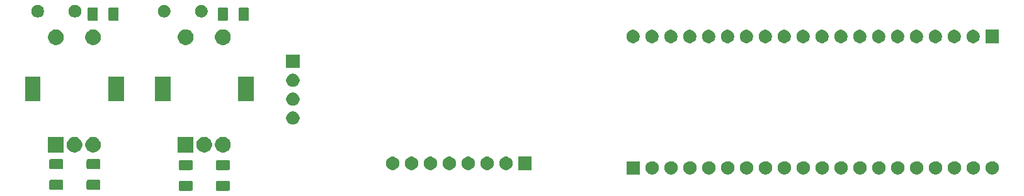
<source format=gbr>
G04 #@! TF.GenerationSoftware,KiCad,Pcbnew,(5.1.5)-3*
G04 #@! TF.CreationDate,2020-11-18T18:17:57+13:00*
G04 #@! TF.ProjectId,MidiControllerV1,4d696469-436f-46e7-9472-6f6c6c657256,rev?*
G04 #@! TF.SameCoordinates,Original*
G04 #@! TF.FileFunction,Soldermask,Top*
G04 #@! TF.FilePolarity,Negative*
%FSLAX46Y46*%
G04 Gerber Fmt 4.6, Leading zero omitted, Abs format (unit mm)*
G04 Created by KiCad (PCBNEW (5.1.5)-3) date 2020-11-18 18:17:57*
%MOMM*%
%LPD*%
G04 APERTURE LIST*
%ADD10C,0.150000*%
G04 APERTURE END LIST*
D10*
G36*
X48668604Y-44353347D02*
G01*
X48705144Y-44364432D01*
X48738821Y-44382433D01*
X48768341Y-44406659D01*
X48792567Y-44436179D01*
X48810568Y-44469856D01*
X48821653Y-44506396D01*
X48826000Y-44550538D01*
X48826000Y-45499462D01*
X48821653Y-45543604D01*
X48810568Y-45580144D01*
X48792567Y-45613821D01*
X48768341Y-45643341D01*
X48738821Y-45667567D01*
X48705144Y-45685568D01*
X48668604Y-45696653D01*
X48624462Y-45701000D01*
X47175538Y-45701000D01*
X47131396Y-45696653D01*
X47094856Y-45685568D01*
X47061179Y-45667567D01*
X47031659Y-45643341D01*
X47007433Y-45613821D01*
X46989432Y-45580144D01*
X46978347Y-45543604D01*
X46974000Y-45499462D01*
X46974000Y-44550538D01*
X46978347Y-44506396D01*
X46989432Y-44469856D01*
X47007433Y-44436179D01*
X47031659Y-44406659D01*
X47061179Y-44382433D01*
X47094856Y-44364432D01*
X47131396Y-44353347D01*
X47175538Y-44349000D01*
X48624462Y-44349000D01*
X48668604Y-44353347D01*
G37*
G36*
X43668604Y-44353347D02*
G01*
X43705144Y-44364432D01*
X43738821Y-44382433D01*
X43768341Y-44406659D01*
X43792567Y-44436179D01*
X43810568Y-44469856D01*
X43821653Y-44506396D01*
X43826000Y-44550538D01*
X43826000Y-45499462D01*
X43821653Y-45543604D01*
X43810568Y-45580144D01*
X43792567Y-45613821D01*
X43768341Y-45643341D01*
X43738821Y-45667567D01*
X43705144Y-45685568D01*
X43668604Y-45696653D01*
X43624462Y-45701000D01*
X42175538Y-45701000D01*
X42131396Y-45696653D01*
X42094856Y-45685568D01*
X42061179Y-45667567D01*
X42031659Y-45643341D01*
X42007433Y-45613821D01*
X41989432Y-45580144D01*
X41978347Y-45543604D01*
X41974000Y-45499462D01*
X41974000Y-44550538D01*
X41978347Y-44506396D01*
X41989432Y-44469856D01*
X42007433Y-44436179D01*
X42031659Y-44406659D01*
X42061179Y-44382433D01*
X42094856Y-44364432D01*
X42131396Y-44353347D01*
X42175538Y-44349000D01*
X43624462Y-44349000D01*
X43668604Y-44353347D01*
G37*
G36*
X31268604Y-44228347D02*
G01*
X31305144Y-44239432D01*
X31338821Y-44257433D01*
X31368341Y-44281659D01*
X31392567Y-44311179D01*
X31410568Y-44344856D01*
X31421653Y-44381396D01*
X31426000Y-44425538D01*
X31426000Y-45374462D01*
X31421653Y-45418604D01*
X31410568Y-45455144D01*
X31392567Y-45488821D01*
X31368341Y-45518341D01*
X31338821Y-45542567D01*
X31305144Y-45560568D01*
X31268604Y-45571653D01*
X31224462Y-45576000D01*
X29775538Y-45576000D01*
X29731396Y-45571653D01*
X29694856Y-45560568D01*
X29661179Y-45542567D01*
X29631659Y-45518341D01*
X29607433Y-45488821D01*
X29589432Y-45455144D01*
X29578347Y-45418604D01*
X29574000Y-45374462D01*
X29574000Y-44425538D01*
X29578347Y-44381396D01*
X29589432Y-44344856D01*
X29607433Y-44311179D01*
X29631659Y-44281659D01*
X29661179Y-44257433D01*
X29694856Y-44239432D01*
X29731396Y-44228347D01*
X29775538Y-44224000D01*
X31224462Y-44224000D01*
X31268604Y-44228347D01*
G37*
G36*
X26268604Y-44228347D02*
G01*
X26305144Y-44239432D01*
X26338821Y-44257433D01*
X26368341Y-44281659D01*
X26392567Y-44311179D01*
X26410568Y-44344856D01*
X26421653Y-44381396D01*
X26426000Y-44425538D01*
X26426000Y-45374462D01*
X26421653Y-45418604D01*
X26410568Y-45455144D01*
X26392567Y-45488821D01*
X26368341Y-45518341D01*
X26338821Y-45542567D01*
X26305144Y-45560568D01*
X26268604Y-45571653D01*
X26224462Y-45576000D01*
X24775538Y-45576000D01*
X24731396Y-45571653D01*
X24694856Y-45560568D01*
X24661179Y-45542567D01*
X24631659Y-45518341D01*
X24607433Y-45488821D01*
X24589432Y-45455144D01*
X24578347Y-45418604D01*
X24574000Y-45374462D01*
X24574000Y-44425538D01*
X24578347Y-44381396D01*
X24589432Y-44344856D01*
X24607433Y-44311179D01*
X24631659Y-44281659D01*
X24661179Y-44257433D01*
X24694856Y-44239432D01*
X24731396Y-44228347D01*
X24775538Y-44224000D01*
X26224462Y-44224000D01*
X26268604Y-44228347D01*
G37*
G36*
X143833512Y-41713927D02*
G01*
X143982812Y-41743624D01*
X144146784Y-41811544D01*
X144294354Y-41910147D01*
X144419853Y-42035646D01*
X144518456Y-42183216D01*
X144586376Y-42347188D01*
X144621000Y-42521259D01*
X144621000Y-42698741D01*
X144586376Y-42872812D01*
X144518456Y-43036784D01*
X144419853Y-43184354D01*
X144294354Y-43309853D01*
X144146784Y-43408456D01*
X143982812Y-43476376D01*
X143833512Y-43506073D01*
X143808742Y-43511000D01*
X143631258Y-43511000D01*
X143606488Y-43506073D01*
X143457188Y-43476376D01*
X143293216Y-43408456D01*
X143145646Y-43309853D01*
X143020147Y-43184354D01*
X142921544Y-43036784D01*
X142853624Y-42872812D01*
X142819000Y-42698741D01*
X142819000Y-42521259D01*
X142853624Y-42347188D01*
X142921544Y-42183216D01*
X143020147Y-42035646D01*
X143145646Y-41910147D01*
X143293216Y-41811544D01*
X143457188Y-41743624D01*
X143606488Y-41713927D01*
X143631258Y-41709000D01*
X143808742Y-41709000D01*
X143833512Y-41713927D01*
G37*
G36*
X148913512Y-41713927D02*
G01*
X149062812Y-41743624D01*
X149226784Y-41811544D01*
X149374354Y-41910147D01*
X149499853Y-42035646D01*
X149598456Y-42183216D01*
X149666376Y-42347188D01*
X149701000Y-42521259D01*
X149701000Y-42698741D01*
X149666376Y-42872812D01*
X149598456Y-43036784D01*
X149499853Y-43184354D01*
X149374354Y-43309853D01*
X149226784Y-43408456D01*
X149062812Y-43476376D01*
X148913512Y-43506073D01*
X148888742Y-43511000D01*
X148711258Y-43511000D01*
X148686488Y-43506073D01*
X148537188Y-43476376D01*
X148373216Y-43408456D01*
X148225646Y-43309853D01*
X148100147Y-43184354D01*
X148001544Y-43036784D01*
X147933624Y-42872812D01*
X147899000Y-42698741D01*
X147899000Y-42521259D01*
X147933624Y-42347188D01*
X148001544Y-42183216D01*
X148100147Y-42035646D01*
X148225646Y-41910147D01*
X148373216Y-41811544D01*
X148537188Y-41743624D01*
X148686488Y-41713927D01*
X148711258Y-41709000D01*
X148888742Y-41709000D01*
X148913512Y-41713927D01*
G37*
G36*
X151453512Y-41713927D02*
G01*
X151602812Y-41743624D01*
X151766784Y-41811544D01*
X151914354Y-41910147D01*
X152039853Y-42035646D01*
X152138456Y-42183216D01*
X152206376Y-42347188D01*
X152241000Y-42521259D01*
X152241000Y-42698741D01*
X152206376Y-42872812D01*
X152138456Y-43036784D01*
X152039853Y-43184354D01*
X151914354Y-43309853D01*
X151766784Y-43408456D01*
X151602812Y-43476376D01*
X151453512Y-43506073D01*
X151428742Y-43511000D01*
X151251258Y-43511000D01*
X151226488Y-43506073D01*
X151077188Y-43476376D01*
X150913216Y-43408456D01*
X150765646Y-43309853D01*
X150640147Y-43184354D01*
X150541544Y-43036784D01*
X150473624Y-42872812D01*
X150439000Y-42698741D01*
X150439000Y-42521259D01*
X150473624Y-42347188D01*
X150541544Y-42183216D01*
X150640147Y-42035646D01*
X150765646Y-41910147D01*
X150913216Y-41811544D01*
X151077188Y-41743624D01*
X151226488Y-41713927D01*
X151251258Y-41709000D01*
X151428742Y-41709000D01*
X151453512Y-41713927D01*
G37*
G36*
X141293512Y-41713927D02*
G01*
X141442812Y-41743624D01*
X141606784Y-41811544D01*
X141754354Y-41910147D01*
X141879853Y-42035646D01*
X141978456Y-42183216D01*
X142046376Y-42347188D01*
X142081000Y-42521259D01*
X142081000Y-42698741D01*
X142046376Y-42872812D01*
X141978456Y-43036784D01*
X141879853Y-43184354D01*
X141754354Y-43309853D01*
X141606784Y-43408456D01*
X141442812Y-43476376D01*
X141293512Y-43506073D01*
X141268742Y-43511000D01*
X141091258Y-43511000D01*
X141066488Y-43506073D01*
X140917188Y-43476376D01*
X140753216Y-43408456D01*
X140605646Y-43309853D01*
X140480147Y-43184354D01*
X140381544Y-43036784D01*
X140313624Y-42872812D01*
X140279000Y-42698741D01*
X140279000Y-42521259D01*
X140313624Y-42347188D01*
X140381544Y-42183216D01*
X140480147Y-42035646D01*
X140605646Y-41910147D01*
X140753216Y-41811544D01*
X140917188Y-41743624D01*
X141066488Y-41713927D01*
X141091258Y-41709000D01*
X141268742Y-41709000D01*
X141293512Y-41713927D01*
G37*
G36*
X138753512Y-41713927D02*
G01*
X138902812Y-41743624D01*
X139066784Y-41811544D01*
X139214354Y-41910147D01*
X139339853Y-42035646D01*
X139438456Y-42183216D01*
X139506376Y-42347188D01*
X139541000Y-42521259D01*
X139541000Y-42698741D01*
X139506376Y-42872812D01*
X139438456Y-43036784D01*
X139339853Y-43184354D01*
X139214354Y-43309853D01*
X139066784Y-43408456D01*
X138902812Y-43476376D01*
X138753512Y-43506073D01*
X138728742Y-43511000D01*
X138551258Y-43511000D01*
X138526488Y-43506073D01*
X138377188Y-43476376D01*
X138213216Y-43408456D01*
X138065646Y-43309853D01*
X137940147Y-43184354D01*
X137841544Y-43036784D01*
X137773624Y-42872812D01*
X137739000Y-42698741D01*
X137739000Y-42521259D01*
X137773624Y-42347188D01*
X137841544Y-42183216D01*
X137940147Y-42035646D01*
X138065646Y-41910147D01*
X138213216Y-41811544D01*
X138377188Y-41743624D01*
X138526488Y-41713927D01*
X138551258Y-41709000D01*
X138728742Y-41709000D01*
X138753512Y-41713927D01*
G37*
G36*
X136213512Y-41713927D02*
G01*
X136362812Y-41743624D01*
X136526784Y-41811544D01*
X136674354Y-41910147D01*
X136799853Y-42035646D01*
X136898456Y-42183216D01*
X136966376Y-42347188D01*
X137001000Y-42521259D01*
X137001000Y-42698741D01*
X136966376Y-42872812D01*
X136898456Y-43036784D01*
X136799853Y-43184354D01*
X136674354Y-43309853D01*
X136526784Y-43408456D01*
X136362812Y-43476376D01*
X136213512Y-43506073D01*
X136188742Y-43511000D01*
X136011258Y-43511000D01*
X135986488Y-43506073D01*
X135837188Y-43476376D01*
X135673216Y-43408456D01*
X135525646Y-43309853D01*
X135400147Y-43184354D01*
X135301544Y-43036784D01*
X135233624Y-42872812D01*
X135199000Y-42698741D01*
X135199000Y-42521259D01*
X135233624Y-42347188D01*
X135301544Y-42183216D01*
X135400147Y-42035646D01*
X135525646Y-41910147D01*
X135673216Y-41811544D01*
X135837188Y-41743624D01*
X135986488Y-41713927D01*
X136011258Y-41709000D01*
X136188742Y-41709000D01*
X136213512Y-41713927D01*
G37*
G36*
X133673512Y-41713927D02*
G01*
X133822812Y-41743624D01*
X133986784Y-41811544D01*
X134134354Y-41910147D01*
X134259853Y-42035646D01*
X134358456Y-42183216D01*
X134426376Y-42347188D01*
X134461000Y-42521259D01*
X134461000Y-42698741D01*
X134426376Y-42872812D01*
X134358456Y-43036784D01*
X134259853Y-43184354D01*
X134134354Y-43309853D01*
X133986784Y-43408456D01*
X133822812Y-43476376D01*
X133673512Y-43506073D01*
X133648742Y-43511000D01*
X133471258Y-43511000D01*
X133446488Y-43506073D01*
X133297188Y-43476376D01*
X133133216Y-43408456D01*
X132985646Y-43309853D01*
X132860147Y-43184354D01*
X132761544Y-43036784D01*
X132693624Y-42872812D01*
X132659000Y-42698741D01*
X132659000Y-42521259D01*
X132693624Y-42347188D01*
X132761544Y-42183216D01*
X132860147Y-42035646D01*
X132985646Y-41910147D01*
X133133216Y-41811544D01*
X133297188Y-41743624D01*
X133446488Y-41713927D01*
X133471258Y-41709000D01*
X133648742Y-41709000D01*
X133673512Y-41713927D01*
G37*
G36*
X131133512Y-41713927D02*
G01*
X131282812Y-41743624D01*
X131446784Y-41811544D01*
X131594354Y-41910147D01*
X131719853Y-42035646D01*
X131818456Y-42183216D01*
X131886376Y-42347188D01*
X131921000Y-42521259D01*
X131921000Y-42698741D01*
X131886376Y-42872812D01*
X131818456Y-43036784D01*
X131719853Y-43184354D01*
X131594354Y-43309853D01*
X131446784Y-43408456D01*
X131282812Y-43476376D01*
X131133512Y-43506073D01*
X131108742Y-43511000D01*
X130931258Y-43511000D01*
X130906488Y-43506073D01*
X130757188Y-43476376D01*
X130593216Y-43408456D01*
X130445646Y-43309853D01*
X130320147Y-43184354D01*
X130221544Y-43036784D01*
X130153624Y-42872812D01*
X130119000Y-42698741D01*
X130119000Y-42521259D01*
X130153624Y-42347188D01*
X130221544Y-42183216D01*
X130320147Y-42035646D01*
X130445646Y-41910147D01*
X130593216Y-41811544D01*
X130757188Y-41743624D01*
X130906488Y-41713927D01*
X130931258Y-41709000D01*
X131108742Y-41709000D01*
X131133512Y-41713927D01*
G37*
G36*
X128593512Y-41713927D02*
G01*
X128742812Y-41743624D01*
X128906784Y-41811544D01*
X129054354Y-41910147D01*
X129179853Y-42035646D01*
X129278456Y-42183216D01*
X129346376Y-42347188D01*
X129381000Y-42521259D01*
X129381000Y-42698741D01*
X129346376Y-42872812D01*
X129278456Y-43036784D01*
X129179853Y-43184354D01*
X129054354Y-43309853D01*
X128906784Y-43408456D01*
X128742812Y-43476376D01*
X128593512Y-43506073D01*
X128568742Y-43511000D01*
X128391258Y-43511000D01*
X128366488Y-43506073D01*
X128217188Y-43476376D01*
X128053216Y-43408456D01*
X127905646Y-43309853D01*
X127780147Y-43184354D01*
X127681544Y-43036784D01*
X127613624Y-42872812D01*
X127579000Y-42698741D01*
X127579000Y-42521259D01*
X127613624Y-42347188D01*
X127681544Y-42183216D01*
X127780147Y-42035646D01*
X127905646Y-41910147D01*
X128053216Y-41811544D01*
X128217188Y-41743624D01*
X128366488Y-41713927D01*
X128391258Y-41709000D01*
X128568742Y-41709000D01*
X128593512Y-41713927D01*
G37*
G36*
X126053512Y-41713927D02*
G01*
X126202812Y-41743624D01*
X126366784Y-41811544D01*
X126514354Y-41910147D01*
X126639853Y-42035646D01*
X126738456Y-42183216D01*
X126806376Y-42347188D01*
X126841000Y-42521259D01*
X126841000Y-42698741D01*
X126806376Y-42872812D01*
X126738456Y-43036784D01*
X126639853Y-43184354D01*
X126514354Y-43309853D01*
X126366784Y-43408456D01*
X126202812Y-43476376D01*
X126053512Y-43506073D01*
X126028742Y-43511000D01*
X125851258Y-43511000D01*
X125826488Y-43506073D01*
X125677188Y-43476376D01*
X125513216Y-43408456D01*
X125365646Y-43309853D01*
X125240147Y-43184354D01*
X125141544Y-43036784D01*
X125073624Y-42872812D01*
X125039000Y-42698741D01*
X125039000Y-42521259D01*
X125073624Y-42347188D01*
X125141544Y-42183216D01*
X125240147Y-42035646D01*
X125365646Y-41910147D01*
X125513216Y-41811544D01*
X125677188Y-41743624D01*
X125826488Y-41713927D01*
X125851258Y-41709000D01*
X126028742Y-41709000D01*
X126053512Y-41713927D01*
G37*
G36*
X103981000Y-43511000D02*
G01*
X102179000Y-43511000D01*
X102179000Y-41709000D01*
X103981000Y-41709000D01*
X103981000Y-43511000D01*
G37*
G36*
X120973512Y-41713927D02*
G01*
X121122812Y-41743624D01*
X121286784Y-41811544D01*
X121434354Y-41910147D01*
X121559853Y-42035646D01*
X121658456Y-42183216D01*
X121726376Y-42347188D01*
X121761000Y-42521259D01*
X121761000Y-42698741D01*
X121726376Y-42872812D01*
X121658456Y-43036784D01*
X121559853Y-43184354D01*
X121434354Y-43309853D01*
X121286784Y-43408456D01*
X121122812Y-43476376D01*
X120973512Y-43506073D01*
X120948742Y-43511000D01*
X120771258Y-43511000D01*
X120746488Y-43506073D01*
X120597188Y-43476376D01*
X120433216Y-43408456D01*
X120285646Y-43309853D01*
X120160147Y-43184354D01*
X120061544Y-43036784D01*
X119993624Y-42872812D01*
X119959000Y-42698741D01*
X119959000Y-42521259D01*
X119993624Y-42347188D01*
X120061544Y-42183216D01*
X120160147Y-42035646D01*
X120285646Y-41910147D01*
X120433216Y-41811544D01*
X120597188Y-41743624D01*
X120746488Y-41713927D01*
X120771258Y-41709000D01*
X120948742Y-41709000D01*
X120973512Y-41713927D01*
G37*
G36*
X118433512Y-41713927D02*
G01*
X118582812Y-41743624D01*
X118746784Y-41811544D01*
X118894354Y-41910147D01*
X119019853Y-42035646D01*
X119118456Y-42183216D01*
X119186376Y-42347188D01*
X119221000Y-42521259D01*
X119221000Y-42698741D01*
X119186376Y-42872812D01*
X119118456Y-43036784D01*
X119019853Y-43184354D01*
X118894354Y-43309853D01*
X118746784Y-43408456D01*
X118582812Y-43476376D01*
X118433512Y-43506073D01*
X118408742Y-43511000D01*
X118231258Y-43511000D01*
X118206488Y-43506073D01*
X118057188Y-43476376D01*
X117893216Y-43408456D01*
X117745646Y-43309853D01*
X117620147Y-43184354D01*
X117521544Y-43036784D01*
X117453624Y-42872812D01*
X117419000Y-42698741D01*
X117419000Y-42521259D01*
X117453624Y-42347188D01*
X117521544Y-42183216D01*
X117620147Y-42035646D01*
X117745646Y-41910147D01*
X117893216Y-41811544D01*
X118057188Y-41743624D01*
X118206488Y-41713927D01*
X118231258Y-41709000D01*
X118408742Y-41709000D01*
X118433512Y-41713927D01*
G37*
G36*
X115893512Y-41713927D02*
G01*
X116042812Y-41743624D01*
X116206784Y-41811544D01*
X116354354Y-41910147D01*
X116479853Y-42035646D01*
X116578456Y-42183216D01*
X116646376Y-42347188D01*
X116681000Y-42521259D01*
X116681000Y-42698741D01*
X116646376Y-42872812D01*
X116578456Y-43036784D01*
X116479853Y-43184354D01*
X116354354Y-43309853D01*
X116206784Y-43408456D01*
X116042812Y-43476376D01*
X115893512Y-43506073D01*
X115868742Y-43511000D01*
X115691258Y-43511000D01*
X115666488Y-43506073D01*
X115517188Y-43476376D01*
X115353216Y-43408456D01*
X115205646Y-43309853D01*
X115080147Y-43184354D01*
X114981544Y-43036784D01*
X114913624Y-42872812D01*
X114879000Y-42698741D01*
X114879000Y-42521259D01*
X114913624Y-42347188D01*
X114981544Y-42183216D01*
X115080147Y-42035646D01*
X115205646Y-41910147D01*
X115353216Y-41811544D01*
X115517188Y-41743624D01*
X115666488Y-41713927D01*
X115691258Y-41709000D01*
X115868742Y-41709000D01*
X115893512Y-41713927D01*
G37*
G36*
X113353512Y-41713927D02*
G01*
X113502812Y-41743624D01*
X113666784Y-41811544D01*
X113814354Y-41910147D01*
X113939853Y-42035646D01*
X114038456Y-42183216D01*
X114106376Y-42347188D01*
X114141000Y-42521259D01*
X114141000Y-42698741D01*
X114106376Y-42872812D01*
X114038456Y-43036784D01*
X113939853Y-43184354D01*
X113814354Y-43309853D01*
X113666784Y-43408456D01*
X113502812Y-43476376D01*
X113353512Y-43506073D01*
X113328742Y-43511000D01*
X113151258Y-43511000D01*
X113126488Y-43506073D01*
X112977188Y-43476376D01*
X112813216Y-43408456D01*
X112665646Y-43309853D01*
X112540147Y-43184354D01*
X112441544Y-43036784D01*
X112373624Y-42872812D01*
X112339000Y-42698741D01*
X112339000Y-42521259D01*
X112373624Y-42347188D01*
X112441544Y-42183216D01*
X112540147Y-42035646D01*
X112665646Y-41910147D01*
X112813216Y-41811544D01*
X112977188Y-41743624D01*
X113126488Y-41713927D01*
X113151258Y-41709000D01*
X113328742Y-41709000D01*
X113353512Y-41713927D01*
G37*
G36*
X110813512Y-41713927D02*
G01*
X110962812Y-41743624D01*
X111126784Y-41811544D01*
X111274354Y-41910147D01*
X111399853Y-42035646D01*
X111498456Y-42183216D01*
X111566376Y-42347188D01*
X111601000Y-42521259D01*
X111601000Y-42698741D01*
X111566376Y-42872812D01*
X111498456Y-43036784D01*
X111399853Y-43184354D01*
X111274354Y-43309853D01*
X111126784Y-43408456D01*
X110962812Y-43476376D01*
X110813512Y-43506073D01*
X110788742Y-43511000D01*
X110611258Y-43511000D01*
X110586488Y-43506073D01*
X110437188Y-43476376D01*
X110273216Y-43408456D01*
X110125646Y-43309853D01*
X110000147Y-43184354D01*
X109901544Y-43036784D01*
X109833624Y-42872812D01*
X109799000Y-42698741D01*
X109799000Y-42521259D01*
X109833624Y-42347188D01*
X109901544Y-42183216D01*
X110000147Y-42035646D01*
X110125646Y-41910147D01*
X110273216Y-41811544D01*
X110437188Y-41743624D01*
X110586488Y-41713927D01*
X110611258Y-41709000D01*
X110788742Y-41709000D01*
X110813512Y-41713927D01*
G37*
G36*
X108273512Y-41713927D02*
G01*
X108422812Y-41743624D01*
X108586784Y-41811544D01*
X108734354Y-41910147D01*
X108859853Y-42035646D01*
X108958456Y-42183216D01*
X109026376Y-42347188D01*
X109061000Y-42521259D01*
X109061000Y-42698741D01*
X109026376Y-42872812D01*
X108958456Y-43036784D01*
X108859853Y-43184354D01*
X108734354Y-43309853D01*
X108586784Y-43408456D01*
X108422812Y-43476376D01*
X108273512Y-43506073D01*
X108248742Y-43511000D01*
X108071258Y-43511000D01*
X108046488Y-43506073D01*
X107897188Y-43476376D01*
X107733216Y-43408456D01*
X107585646Y-43309853D01*
X107460147Y-43184354D01*
X107361544Y-43036784D01*
X107293624Y-42872812D01*
X107259000Y-42698741D01*
X107259000Y-42521259D01*
X107293624Y-42347188D01*
X107361544Y-42183216D01*
X107460147Y-42035646D01*
X107585646Y-41910147D01*
X107733216Y-41811544D01*
X107897188Y-41743624D01*
X108046488Y-41713927D01*
X108071258Y-41709000D01*
X108248742Y-41709000D01*
X108273512Y-41713927D01*
G37*
G36*
X105733512Y-41713927D02*
G01*
X105882812Y-41743624D01*
X106046784Y-41811544D01*
X106194354Y-41910147D01*
X106319853Y-42035646D01*
X106418456Y-42183216D01*
X106486376Y-42347188D01*
X106521000Y-42521259D01*
X106521000Y-42698741D01*
X106486376Y-42872812D01*
X106418456Y-43036784D01*
X106319853Y-43184354D01*
X106194354Y-43309853D01*
X106046784Y-43408456D01*
X105882812Y-43476376D01*
X105733512Y-43506073D01*
X105708742Y-43511000D01*
X105531258Y-43511000D01*
X105506488Y-43506073D01*
X105357188Y-43476376D01*
X105193216Y-43408456D01*
X105045646Y-43309853D01*
X104920147Y-43184354D01*
X104821544Y-43036784D01*
X104753624Y-42872812D01*
X104719000Y-42698741D01*
X104719000Y-42521259D01*
X104753624Y-42347188D01*
X104821544Y-42183216D01*
X104920147Y-42035646D01*
X105045646Y-41910147D01*
X105193216Y-41811544D01*
X105357188Y-41743624D01*
X105506488Y-41713927D01*
X105531258Y-41709000D01*
X105708742Y-41709000D01*
X105733512Y-41713927D01*
G37*
G36*
X146373512Y-41713927D02*
G01*
X146522812Y-41743624D01*
X146686784Y-41811544D01*
X146834354Y-41910147D01*
X146959853Y-42035646D01*
X147058456Y-42183216D01*
X147126376Y-42347188D01*
X147161000Y-42521259D01*
X147161000Y-42698741D01*
X147126376Y-42872812D01*
X147058456Y-43036784D01*
X146959853Y-43184354D01*
X146834354Y-43309853D01*
X146686784Y-43408456D01*
X146522812Y-43476376D01*
X146373512Y-43506073D01*
X146348742Y-43511000D01*
X146171258Y-43511000D01*
X146146488Y-43506073D01*
X145997188Y-43476376D01*
X145833216Y-43408456D01*
X145685646Y-43309853D01*
X145560147Y-43184354D01*
X145461544Y-43036784D01*
X145393624Y-42872812D01*
X145359000Y-42698741D01*
X145359000Y-42521259D01*
X145393624Y-42347188D01*
X145461544Y-42183216D01*
X145560147Y-42035646D01*
X145685646Y-41910147D01*
X145833216Y-41811544D01*
X145997188Y-41743624D01*
X146146488Y-41713927D01*
X146171258Y-41709000D01*
X146348742Y-41709000D01*
X146373512Y-41713927D01*
G37*
G36*
X123513512Y-41713927D02*
G01*
X123662812Y-41743624D01*
X123826784Y-41811544D01*
X123974354Y-41910147D01*
X124099853Y-42035646D01*
X124198456Y-42183216D01*
X124266376Y-42347188D01*
X124301000Y-42521259D01*
X124301000Y-42698741D01*
X124266376Y-42872812D01*
X124198456Y-43036784D01*
X124099853Y-43184354D01*
X123974354Y-43309853D01*
X123826784Y-43408456D01*
X123662812Y-43476376D01*
X123513512Y-43506073D01*
X123488742Y-43511000D01*
X123311258Y-43511000D01*
X123286488Y-43506073D01*
X123137188Y-43476376D01*
X122973216Y-43408456D01*
X122825646Y-43309853D01*
X122700147Y-43184354D01*
X122601544Y-43036784D01*
X122533624Y-42872812D01*
X122499000Y-42698741D01*
X122499000Y-42521259D01*
X122533624Y-42347188D01*
X122601544Y-42183216D01*
X122700147Y-42035646D01*
X122825646Y-41910147D01*
X122973216Y-41811544D01*
X123137188Y-41743624D01*
X123286488Y-41713927D01*
X123311258Y-41709000D01*
X123488742Y-41709000D01*
X123513512Y-41713927D01*
G37*
G36*
X83533512Y-41103927D02*
G01*
X83682812Y-41133624D01*
X83846784Y-41201544D01*
X83994354Y-41300147D01*
X84119853Y-41425646D01*
X84218456Y-41573216D01*
X84286376Y-41737188D01*
X84321000Y-41911259D01*
X84321000Y-42088741D01*
X84286376Y-42262812D01*
X84218456Y-42426784D01*
X84119853Y-42574354D01*
X83994354Y-42699853D01*
X83846784Y-42798456D01*
X83682812Y-42866376D01*
X83534864Y-42895804D01*
X83508742Y-42901000D01*
X83331258Y-42901000D01*
X83305136Y-42895804D01*
X83157188Y-42866376D01*
X82993216Y-42798456D01*
X82845646Y-42699853D01*
X82720147Y-42574354D01*
X82621544Y-42426784D01*
X82553624Y-42262812D01*
X82519000Y-42088741D01*
X82519000Y-41911259D01*
X82553624Y-41737188D01*
X82621544Y-41573216D01*
X82720147Y-41425646D01*
X82845646Y-41300147D01*
X82993216Y-41201544D01*
X83157188Y-41133624D01*
X83306488Y-41103927D01*
X83331258Y-41099000D01*
X83508742Y-41099000D01*
X83533512Y-41103927D01*
G37*
G36*
X48668604Y-41553347D02*
G01*
X48705144Y-41564432D01*
X48738821Y-41582433D01*
X48768341Y-41606659D01*
X48792567Y-41636179D01*
X48810568Y-41669856D01*
X48821653Y-41706396D01*
X48826000Y-41750538D01*
X48826000Y-42699462D01*
X48821653Y-42743604D01*
X48810568Y-42780144D01*
X48792567Y-42813821D01*
X48768341Y-42843341D01*
X48738821Y-42867567D01*
X48705144Y-42885568D01*
X48668604Y-42896653D01*
X48624462Y-42901000D01*
X47175538Y-42901000D01*
X47131396Y-42896653D01*
X47094856Y-42885568D01*
X47061179Y-42867567D01*
X47031659Y-42843341D01*
X47007433Y-42813821D01*
X46989432Y-42780144D01*
X46978347Y-42743604D01*
X46974000Y-42699462D01*
X46974000Y-41750538D01*
X46978347Y-41706396D01*
X46989432Y-41669856D01*
X47007433Y-41636179D01*
X47031659Y-41606659D01*
X47061179Y-41582433D01*
X47094856Y-41564432D01*
X47131396Y-41553347D01*
X47175538Y-41549000D01*
X48624462Y-41549000D01*
X48668604Y-41553347D01*
G37*
G36*
X70833512Y-41103927D02*
G01*
X70982812Y-41133624D01*
X71146784Y-41201544D01*
X71294354Y-41300147D01*
X71419853Y-41425646D01*
X71518456Y-41573216D01*
X71586376Y-41737188D01*
X71621000Y-41911259D01*
X71621000Y-42088741D01*
X71586376Y-42262812D01*
X71518456Y-42426784D01*
X71419853Y-42574354D01*
X71294354Y-42699853D01*
X71146784Y-42798456D01*
X70982812Y-42866376D01*
X70834864Y-42895804D01*
X70808742Y-42901000D01*
X70631258Y-42901000D01*
X70605136Y-42895804D01*
X70457188Y-42866376D01*
X70293216Y-42798456D01*
X70145646Y-42699853D01*
X70020147Y-42574354D01*
X69921544Y-42426784D01*
X69853624Y-42262812D01*
X69819000Y-42088741D01*
X69819000Y-41911259D01*
X69853624Y-41737188D01*
X69921544Y-41573216D01*
X70020147Y-41425646D01*
X70145646Y-41300147D01*
X70293216Y-41201544D01*
X70457188Y-41133624D01*
X70606488Y-41103927D01*
X70631258Y-41099000D01*
X70808742Y-41099000D01*
X70833512Y-41103927D01*
G37*
G36*
X73373512Y-41103927D02*
G01*
X73522812Y-41133624D01*
X73686784Y-41201544D01*
X73834354Y-41300147D01*
X73959853Y-41425646D01*
X74058456Y-41573216D01*
X74126376Y-41737188D01*
X74161000Y-41911259D01*
X74161000Y-42088741D01*
X74126376Y-42262812D01*
X74058456Y-42426784D01*
X73959853Y-42574354D01*
X73834354Y-42699853D01*
X73686784Y-42798456D01*
X73522812Y-42866376D01*
X73374864Y-42895804D01*
X73348742Y-42901000D01*
X73171258Y-42901000D01*
X73145136Y-42895804D01*
X72997188Y-42866376D01*
X72833216Y-42798456D01*
X72685646Y-42699853D01*
X72560147Y-42574354D01*
X72461544Y-42426784D01*
X72393624Y-42262812D01*
X72359000Y-42088741D01*
X72359000Y-41911259D01*
X72393624Y-41737188D01*
X72461544Y-41573216D01*
X72560147Y-41425646D01*
X72685646Y-41300147D01*
X72833216Y-41201544D01*
X72997188Y-41133624D01*
X73146488Y-41103927D01*
X73171258Y-41099000D01*
X73348742Y-41099000D01*
X73373512Y-41103927D01*
G37*
G36*
X75913512Y-41103927D02*
G01*
X76062812Y-41133624D01*
X76226784Y-41201544D01*
X76374354Y-41300147D01*
X76499853Y-41425646D01*
X76598456Y-41573216D01*
X76666376Y-41737188D01*
X76701000Y-41911259D01*
X76701000Y-42088741D01*
X76666376Y-42262812D01*
X76598456Y-42426784D01*
X76499853Y-42574354D01*
X76374354Y-42699853D01*
X76226784Y-42798456D01*
X76062812Y-42866376D01*
X75914864Y-42895804D01*
X75888742Y-42901000D01*
X75711258Y-42901000D01*
X75685136Y-42895804D01*
X75537188Y-42866376D01*
X75373216Y-42798456D01*
X75225646Y-42699853D01*
X75100147Y-42574354D01*
X75001544Y-42426784D01*
X74933624Y-42262812D01*
X74899000Y-42088741D01*
X74899000Y-41911259D01*
X74933624Y-41737188D01*
X75001544Y-41573216D01*
X75100147Y-41425646D01*
X75225646Y-41300147D01*
X75373216Y-41201544D01*
X75537188Y-41133624D01*
X75686488Y-41103927D01*
X75711258Y-41099000D01*
X75888742Y-41099000D01*
X75913512Y-41103927D01*
G37*
G36*
X43668604Y-41553347D02*
G01*
X43705144Y-41564432D01*
X43738821Y-41582433D01*
X43768341Y-41606659D01*
X43792567Y-41636179D01*
X43810568Y-41669856D01*
X43821653Y-41706396D01*
X43826000Y-41750538D01*
X43826000Y-42699462D01*
X43821653Y-42743604D01*
X43810568Y-42780144D01*
X43792567Y-42813821D01*
X43768341Y-42843341D01*
X43738821Y-42867567D01*
X43705144Y-42885568D01*
X43668604Y-42896653D01*
X43624462Y-42901000D01*
X42175538Y-42901000D01*
X42131396Y-42896653D01*
X42094856Y-42885568D01*
X42061179Y-42867567D01*
X42031659Y-42843341D01*
X42007433Y-42813821D01*
X41989432Y-42780144D01*
X41978347Y-42743604D01*
X41974000Y-42699462D01*
X41974000Y-41750538D01*
X41978347Y-41706396D01*
X41989432Y-41669856D01*
X42007433Y-41636179D01*
X42031659Y-41606659D01*
X42061179Y-41582433D01*
X42094856Y-41564432D01*
X42131396Y-41553347D01*
X42175538Y-41549000D01*
X43624462Y-41549000D01*
X43668604Y-41553347D01*
G37*
G36*
X86073512Y-41103927D02*
G01*
X86222812Y-41133624D01*
X86386784Y-41201544D01*
X86534354Y-41300147D01*
X86659853Y-41425646D01*
X86758456Y-41573216D01*
X86826376Y-41737188D01*
X86861000Y-41911259D01*
X86861000Y-42088741D01*
X86826376Y-42262812D01*
X86758456Y-42426784D01*
X86659853Y-42574354D01*
X86534354Y-42699853D01*
X86386784Y-42798456D01*
X86222812Y-42866376D01*
X86074864Y-42895804D01*
X86048742Y-42901000D01*
X85871258Y-42901000D01*
X85845136Y-42895804D01*
X85697188Y-42866376D01*
X85533216Y-42798456D01*
X85385646Y-42699853D01*
X85260147Y-42574354D01*
X85161544Y-42426784D01*
X85093624Y-42262812D01*
X85059000Y-42088741D01*
X85059000Y-41911259D01*
X85093624Y-41737188D01*
X85161544Y-41573216D01*
X85260147Y-41425646D01*
X85385646Y-41300147D01*
X85533216Y-41201544D01*
X85697188Y-41133624D01*
X85846488Y-41103927D01*
X85871258Y-41099000D01*
X86048742Y-41099000D01*
X86073512Y-41103927D01*
G37*
G36*
X80993512Y-41103927D02*
G01*
X81142812Y-41133624D01*
X81306784Y-41201544D01*
X81454354Y-41300147D01*
X81579853Y-41425646D01*
X81678456Y-41573216D01*
X81746376Y-41737188D01*
X81781000Y-41911259D01*
X81781000Y-42088741D01*
X81746376Y-42262812D01*
X81678456Y-42426784D01*
X81579853Y-42574354D01*
X81454354Y-42699853D01*
X81306784Y-42798456D01*
X81142812Y-42866376D01*
X80994864Y-42895804D01*
X80968742Y-42901000D01*
X80791258Y-42901000D01*
X80765136Y-42895804D01*
X80617188Y-42866376D01*
X80453216Y-42798456D01*
X80305646Y-42699853D01*
X80180147Y-42574354D01*
X80081544Y-42426784D01*
X80013624Y-42262812D01*
X79979000Y-42088741D01*
X79979000Y-41911259D01*
X80013624Y-41737188D01*
X80081544Y-41573216D01*
X80180147Y-41425646D01*
X80305646Y-41300147D01*
X80453216Y-41201544D01*
X80617188Y-41133624D01*
X80766488Y-41103927D01*
X80791258Y-41099000D01*
X80968742Y-41099000D01*
X80993512Y-41103927D01*
G37*
G36*
X89401000Y-42901000D02*
G01*
X87599000Y-42901000D01*
X87599000Y-41099000D01*
X89401000Y-41099000D01*
X89401000Y-42901000D01*
G37*
G36*
X78453512Y-41103927D02*
G01*
X78602812Y-41133624D01*
X78766784Y-41201544D01*
X78914354Y-41300147D01*
X79039853Y-41425646D01*
X79138456Y-41573216D01*
X79206376Y-41737188D01*
X79241000Y-41911259D01*
X79241000Y-42088741D01*
X79206376Y-42262812D01*
X79138456Y-42426784D01*
X79039853Y-42574354D01*
X78914354Y-42699853D01*
X78766784Y-42798456D01*
X78602812Y-42866376D01*
X78454864Y-42895804D01*
X78428742Y-42901000D01*
X78251258Y-42901000D01*
X78225136Y-42895804D01*
X78077188Y-42866376D01*
X77913216Y-42798456D01*
X77765646Y-42699853D01*
X77640147Y-42574354D01*
X77541544Y-42426784D01*
X77473624Y-42262812D01*
X77439000Y-42088741D01*
X77439000Y-41911259D01*
X77473624Y-41737188D01*
X77541544Y-41573216D01*
X77640147Y-41425646D01*
X77765646Y-41300147D01*
X77913216Y-41201544D01*
X78077188Y-41133624D01*
X78226488Y-41103927D01*
X78251258Y-41099000D01*
X78428742Y-41099000D01*
X78453512Y-41103927D01*
G37*
G36*
X31268604Y-41428347D02*
G01*
X31305144Y-41439432D01*
X31338821Y-41457433D01*
X31368341Y-41481659D01*
X31392567Y-41511179D01*
X31410568Y-41544856D01*
X31421653Y-41581396D01*
X31426000Y-41625538D01*
X31426000Y-42574462D01*
X31421653Y-42618604D01*
X31410568Y-42655144D01*
X31392567Y-42688821D01*
X31368341Y-42718341D01*
X31338821Y-42742567D01*
X31305144Y-42760568D01*
X31268604Y-42771653D01*
X31224462Y-42776000D01*
X29775538Y-42776000D01*
X29731396Y-42771653D01*
X29694856Y-42760568D01*
X29661179Y-42742567D01*
X29631659Y-42718341D01*
X29607433Y-42688821D01*
X29589432Y-42655144D01*
X29578347Y-42618604D01*
X29574000Y-42574462D01*
X29574000Y-41625538D01*
X29578347Y-41581396D01*
X29589432Y-41544856D01*
X29607433Y-41511179D01*
X29631659Y-41481659D01*
X29661179Y-41457433D01*
X29694856Y-41439432D01*
X29731396Y-41428347D01*
X29775538Y-41424000D01*
X31224462Y-41424000D01*
X31268604Y-41428347D01*
G37*
G36*
X26268604Y-41428347D02*
G01*
X26305144Y-41439432D01*
X26338821Y-41457433D01*
X26368341Y-41481659D01*
X26392567Y-41511179D01*
X26410568Y-41544856D01*
X26421653Y-41581396D01*
X26426000Y-41625538D01*
X26426000Y-42574462D01*
X26421653Y-42618604D01*
X26410568Y-42655144D01*
X26392567Y-42688821D01*
X26368341Y-42718341D01*
X26338821Y-42742567D01*
X26305144Y-42760568D01*
X26268604Y-42771653D01*
X26224462Y-42776000D01*
X24775538Y-42776000D01*
X24731396Y-42771653D01*
X24694856Y-42760568D01*
X24661179Y-42742567D01*
X24631659Y-42718341D01*
X24607433Y-42688821D01*
X24589432Y-42655144D01*
X24578347Y-42618604D01*
X24574000Y-42574462D01*
X24574000Y-41625538D01*
X24578347Y-41581396D01*
X24589432Y-41544856D01*
X24607433Y-41511179D01*
X24631659Y-41481659D01*
X24661179Y-41457433D01*
X24694856Y-41439432D01*
X24731396Y-41428347D01*
X24775538Y-41424000D01*
X26224462Y-41424000D01*
X26268604Y-41428347D01*
G37*
G36*
X28246564Y-38489389D02*
G01*
X28425764Y-38563616D01*
X28437835Y-38568616D01*
X28602490Y-38678635D01*
X28609973Y-38683635D01*
X28756365Y-38830027D01*
X28871385Y-39002167D01*
X28950611Y-39193436D01*
X28991000Y-39396484D01*
X28991000Y-39603516D01*
X28950611Y-39806564D01*
X28873456Y-39992833D01*
X28871384Y-39997835D01*
X28756365Y-40169973D01*
X28609973Y-40316365D01*
X28437835Y-40431384D01*
X28437834Y-40431385D01*
X28437833Y-40431385D01*
X28246564Y-40510611D01*
X28043516Y-40551000D01*
X27836484Y-40551000D01*
X27633436Y-40510611D01*
X27442167Y-40431385D01*
X27442166Y-40431385D01*
X27442165Y-40431384D01*
X27270027Y-40316365D01*
X27123635Y-40169973D01*
X27008616Y-39997835D01*
X27006544Y-39992833D01*
X26929389Y-39806564D01*
X26889000Y-39603516D01*
X26889000Y-39396484D01*
X26929389Y-39193436D01*
X27008615Y-39002167D01*
X27123635Y-38830027D01*
X27270027Y-38683635D01*
X27277510Y-38678635D01*
X27442165Y-38568616D01*
X27454236Y-38563616D01*
X27633436Y-38489389D01*
X27836484Y-38449000D01*
X28043516Y-38449000D01*
X28246564Y-38489389D01*
G37*
G36*
X26491000Y-40551000D02*
G01*
X24389000Y-40551000D01*
X24389000Y-38449000D01*
X26491000Y-38449000D01*
X26491000Y-40551000D01*
G37*
G36*
X30746564Y-38489389D02*
G01*
X30925764Y-38563616D01*
X30937835Y-38568616D01*
X31102490Y-38678635D01*
X31109973Y-38683635D01*
X31256365Y-38830027D01*
X31371385Y-39002167D01*
X31450611Y-39193436D01*
X31491000Y-39396484D01*
X31491000Y-39603516D01*
X31450611Y-39806564D01*
X31373456Y-39992833D01*
X31371384Y-39997835D01*
X31256365Y-40169973D01*
X31109973Y-40316365D01*
X30937835Y-40431384D01*
X30937834Y-40431385D01*
X30937833Y-40431385D01*
X30746564Y-40510611D01*
X30543516Y-40551000D01*
X30336484Y-40551000D01*
X30133436Y-40510611D01*
X29942167Y-40431385D01*
X29942166Y-40431385D01*
X29942165Y-40431384D01*
X29770027Y-40316365D01*
X29623635Y-40169973D01*
X29508616Y-39997835D01*
X29506544Y-39992833D01*
X29429389Y-39806564D01*
X29389000Y-39603516D01*
X29389000Y-39396484D01*
X29429389Y-39193436D01*
X29508615Y-39002167D01*
X29623635Y-38830027D01*
X29770027Y-38683635D01*
X29777510Y-38678635D01*
X29942165Y-38568616D01*
X29954236Y-38563616D01*
X30133436Y-38489389D01*
X30336484Y-38449000D01*
X30543516Y-38449000D01*
X30746564Y-38489389D01*
G37*
G36*
X43951000Y-40546000D02*
G01*
X41849000Y-40546000D01*
X41849000Y-38444000D01*
X43951000Y-38444000D01*
X43951000Y-40546000D01*
G37*
G36*
X48206564Y-38484389D02*
G01*
X48397833Y-38563615D01*
X48397835Y-38563616D01*
X48405318Y-38568616D01*
X48569973Y-38678635D01*
X48716365Y-38825027D01*
X48831385Y-38997167D01*
X48910611Y-39188436D01*
X48951000Y-39391484D01*
X48951000Y-39598516D01*
X48910611Y-39801564D01*
X48831385Y-39992833D01*
X48831384Y-39992835D01*
X48716365Y-40164973D01*
X48569973Y-40311365D01*
X48397835Y-40426384D01*
X48397834Y-40426385D01*
X48397833Y-40426385D01*
X48206564Y-40505611D01*
X48003516Y-40546000D01*
X47796484Y-40546000D01*
X47593436Y-40505611D01*
X47402167Y-40426385D01*
X47402166Y-40426385D01*
X47402165Y-40426384D01*
X47230027Y-40311365D01*
X47083635Y-40164973D01*
X46968616Y-39992835D01*
X46968615Y-39992833D01*
X46889389Y-39801564D01*
X46849000Y-39598516D01*
X46849000Y-39391484D01*
X46889389Y-39188436D01*
X46968615Y-38997167D01*
X47083635Y-38825027D01*
X47230027Y-38678635D01*
X47394682Y-38568616D01*
X47402165Y-38563616D01*
X47402167Y-38563615D01*
X47593436Y-38484389D01*
X47796484Y-38444000D01*
X48003516Y-38444000D01*
X48206564Y-38484389D01*
G37*
G36*
X45706564Y-38484389D02*
G01*
X45897833Y-38563615D01*
X45897835Y-38563616D01*
X45905318Y-38568616D01*
X46069973Y-38678635D01*
X46216365Y-38825027D01*
X46331385Y-38997167D01*
X46410611Y-39188436D01*
X46451000Y-39391484D01*
X46451000Y-39598516D01*
X46410611Y-39801564D01*
X46331385Y-39992833D01*
X46331384Y-39992835D01*
X46216365Y-40164973D01*
X46069973Y-40311365D01*
X45897835Y-40426384D01*
X45897834Y-40426385D01*
X45897833Y-40426385D01*
X45706564Y-40505611D01*
X45503516Y-40546000D01*
X45296484Y-40546000D01*
X45093436Y-40505611D01*
X44902167Y-40426385D01*
X44902166Y-40426385D01*
X44902165Y-40426384D01*
X44730027Y-40311365D01*
X44583635Y-40164973D01*
X44468616Y-39992835D01*
X44468615Y-39992833D01*
X44389389Y-39801564D01*
X44349000Y-39598516D01*
X44349000Y-39391484D01*
X44389389Y-39188436D01*
X44468615Y-38997167D01*
X44583635Y-38825027D01*
X44730027Y-38678635D01*
X44894682Y-38568616D01*
X44902165Y-38563616D01*
X44902167Y-38563615D01*
X45093436Y-38484389D01*
X45296484Y-38444000D01*
X45503516Y-38444000D01*
X45706564Y-38484389D01*
G37*
G36*
X57413512Y-34993927D02*
G01*
X57562812Y-35023624D01*
X57726784Y-35091544D01*
X57874354Y-35190147D01*
X57999853Y-35315646D01*
X58098456Y-35463216D01*
X58166376Y-35627188D01*
X58201000Y-35801259D01*
X58201000Y-35978741D01*
X58166376Y-36152812D01*
X58098456Y-36316784D01*
X57999853Y-36464354D01*
X57874354Y-36589853D01*
X57726784Y-36688456D01*
X57562812Y-36756376D01*
X57413512Y-36786073D01*
X57388742Y-36791000D01*
X57211258Y-36791000D01*
X57186488Y-36786073D01*
X57037188Y-36756376D01*
X56873216Y-36688456D01*
X56725646Y-36589853D01*
X56600147Y-36464354D01*
X56501544Y-36316784D01*
X56433624Y-36152812D01*
X56399000Y-35978741D01*
X56399000Y-35801259D01*
X56433624Y-35627188D01*
X56501544Y-35463216D01*
X56600147Y-35315646D01*
X56725646Y-35190147D01*
X56873216Y-35091544D01*
X57037188Y-35023624D01*
X57186488Y-34993927D01*
X57211258Y-34989000D01*
X57388742Y-34989000D01*
X57413512Y-34993927D01*
G37*
G36*
X57413512Y-32453927D02*
G01*
X57562812Y-32483624D01*
X57726784Y-32551544D01*
X57874354Y-32650147D01*
X57999853Y-32775646D01*
X58098456Y-32923216D01*
X58166376Y-33087188D01*
X58201000Y-33261259D01*
X58201000Y-33438741D01*
X58166376Y-33612812D01*
X58098456Y-33776784D01*
X57999853Y-33924354D01*
X57874354Y-34049853D01*
X57726784Y-34148456D01*
X57562812Y-34216376D01*
X57413512Y-34246073D01*
X57388742Y-34251000D01*
X57211258Y-34251000D01*
X57186488Y-34246073D01*
X57037188Y-34216376D01*
X56873216Y-34148456D01*
X56725646Y-34049853D01*
X56600147Y-33924354D01*
X56501544Y-33776784D01*
X56433624Y-33612812D01*
X56399000Y-33438741D01*
X56399000Y-33261259D01*
X56433624Y-33087188D01*
X56501544Y-32923216D01*
X56600147Y-32775646D01*
X56725646Y-32650147D01*
X56873216Y-32551544D01*
X57037188Y-32483624D01*
X57186488Y-32453927D01*
X57211258Y-32449000D01*
X57388742Y-32449000D01*
X57413512Y-32453927D01*
G37*
G36*
X23391000Y-33651000D02*
G01*
X21289000Y-33651000D01*
X21289000Y-30349000D01*
X23391000Y-30349000D01*
X23391000Y-33651000D01*
G37*
G36*
X34591000Y-33651000D02*
G01*
X32489000Y-33651000D01*
X32489000Y-30349000D01*
X34591000Y-30349000D01*
X34591000Y-33651000D01*
G37*
G36*
X40851000Y-33646000D02*
G01*
X38749000Y-33646000D01*
X38749000Y-30344000D01*
X40851000Y-30344000D01*
X40851000Y-33646000D01*
G37*
G36*
X52051000Y-33646000D02*
G01*
X49949000Y-33646000D01*
X49949000Y-30344000D01*
X52051000Y-30344000D01*
X52051000Y-33646000D01*
G37*
G36*
X57413512Y-29913927D02*
G01*
X57562812Y-29943624D01*
X57726784Y-30011544D01*
X57874354Y-30110147D01*
X57999853Y-30235646D01*
X58098456Y-30383216D01*
X58166376Y-30547188D01*
X58201000Y-30721259D01*
X58201000Y-30898741D01*
X58166376Y-31072812D01*
X58098456Y-31236784D01*
X57999853Y-31384354D01*
X57874354Y-31509853D01*
X57726784Y-31608456D01*
X57562812Y-31676376D01*
X57413512Y-31706073D01*
X57388742Y-31711000D01*
X57211258Y-31711000D01*
X57186488Y-31706073D01*
X57037188Y-31676376D01*
X56873216Y-31608456D01*
X56725646Y-31509853D01*
X56600147Y-31384354D01*
X56501544Y-31236784D01*
X56433624Y-31072812D01*
X56399000Y-30898741D01*
X56399000Y-30721259D01*
X56433624Y-30547188D01*
X56501544Y-30383216D01*
X56600147Y-30235646D01*
X56725646Y-30110147D01*
X56873216Y-30011544D01*
X57037188Y-29943624D01*
X57186488Y-29913927D01*
X57211258Y-29909000D01*
X57388742Y-29909000D01*
X57413512Y-29913927D01*
G37*
G36*
X58201000Y-29171000D02*
G01*
X56399000Y-29171000D01*
X56399000Y-27369000D01*
X58201000Y-27369000D01*
X58201000Y-29171000D01*
G37*
G36*
X30746564Y-23989389D02*
G01*
X30925764Y-24063616D01*
X30937835Y-24068616D01*
X30987115Y-24101544D01*
X31109973Y-24183635D01*
X31256365Y-24330027D01*
X31371385Y-24502167D01*
X31450611Y-24693436D01*
X31491000Y-24896484D01*
X31491000Y-25103516D01*
X31450611Y-25306564D01*
X31381110Y-25474354D01*
X31371384Y-25497835D01*
X31256365Y-25669973D01*
X31109973Y-25816365D01*
X30937835Y-25931384D01*
X30937834Y-25931385D01*
X30937833Y-25931385D01*
X30746564Y-26010611D01*
X30543516Y-26051000D01*
X30336484Y-26051000D01*
X30133436Y-26010611D01*
X29942167Y-25931385D01*
X29942166Y-25931385D01*
X29942165Y-25931384D01*
X29770027Y-25816365D01*
X29623635Y-25669973D01*
X29508616Y-25497835D01*
X29498890Y-25474354D01*
X29429389Y-25306564D01*
X29389000Y-25103516D01*
X29389000Y-24896484D01*
X29429389Y-24693436D01*
X29508615Y-24502167D01*
X29623635Y-24330027D01*
X29770027Y-24183635D01*
X29892885Y-24101544D01*
X29942165Y-24068616D01*
X29954236Y-24063616D01*
X30133436Y-23989389D01*
X30336484Y-23949000D01*
X30543516Y-23949000D01*
X30746564Y-23989389D01*
G37*
G36*
X25746564Y-23989389D02*
G01*
X25925764Y-24063616D01*
X25937835Y-24068616D01*
X25987115Y-24101544D01*
X26109973Y-24183635D01*
X26256365Y-24330027D01*
X26371385Y-24502167D01*
X26450611Y-24693436D01*
X26491000Y-24896484D01*
X26491000Y-25103516D01*
X26450611Y-25306564D01*
X26381110Y-25474354D01*
X26371384Y-25497835D01*
X26256365Y-25669973D01*
X26109973Y-25816365D01*
X25937835Y-25931384D01*
X25937834Y-25931385D01*
X25937833Y-25931385D01*
X25746564Y-26010611D01*
X25543516Y-26051000D01*
X25336484Y-26051000D01*
X25133436Y-26010611D01*
X24942167Y-25931385D01*
X24942166Y-25931385D01*
X24942165Y-25931384D01*
X24770027Y-25816365D01*
X24623635Y-25669973D01*
X24508616Y-25497835D01*
X24498890Y-25474354D01*
X24429389Y-25306564D01*
X24389000Y-25103516D01*
X24389000Y-24896484D01*
X24429389Y-24693436D01*
X24508615Y-24502167D01*
X24623635Y-24330027D01*
X24770027Y-24183635D01*
X24892885Y-24101544D01*
X24942165Y-24068616D01*
X24954236Y-24063616D01*
X25133436Y-23989389D01*
X25336484Y-23949000D01*
X25543516Y-23949000D01*
X25746564Y-23989389D01*
G37*
G36*
X48206564Y-23984389D02*
G01*
X48397833Y-24063615D01*
X48397835Y-24063616D01*
X48569973Y-24178635D01*
X48716365Y-24325027D01*
X48815382Y-24473216D01*
X48831385Y-24497167D01*
X48910611Y-24688436D01*
X48951000Y-24891484D01*
X48951000Y-25098516D01*
X48910611Y-25301564D01*
X48839039Y-25474354D01*
X48831384Y-25492835D01*
X48716365Y-25664973D01*
X48569973Y-25811365D01*
X48397835Y-25926384D01*
X48397834Y-25926385D01*
X48397833Y-25926385D01*
X48206564Y-26005611D01*
X48003516Y-26046000D01*
X47796484Y-26046000D01*
X47593436Y-26005611D01*
X47402167Y-25926385D01*
X47402166Y-25926385D01*
X47402165Y-25926384D01*
X47230027Y-25811365D01*
X47083635Y-25664973D01*
X46968616Y-25492835D01*
X46960961Y-25474354D01*
X46889389Y-25301564D01*
X46849000Y-25098516D01*
X46849000Y-24891484D01*
X46889389Y-24688436D01*
X46968615Y-24497167D01*
X46984619Y-24473216D01*
X47083635Y-24325027D01*
X47230027Y-24178635D01*
X47402165Y-24063616D01*
X47402167Y-24063615D01*
X47593436Y-23984389D01*
X47796484Y-23944000D01*
X48003516Y-23944000D01*
X48206564Y-23984389D01*
G37*
G36*
X43206564Y-23984389D02*
G01*
X43397833Y-24063615D01*
X43397835Y-24063616D01*
X43569973Y-24178635D01*
X43716365Y-24325027D01*
X43815382Y-24473216D01*
X43831385Y-24497167D01*
X43910611Y-24688436D01*
X43951000Y-24891484D01*
X43951000Y-25098516D01*
X43910611Y-25301564D01*
X43839039Y-25474354D01*
X43831384Y-25492835D01*
X43716365Y-25664973D01*
X43569973Y-25811365D01*
X43397835Y-25926384D01*
X43397834Y-25926385D01*
X43397833Y-25926385D01*
X43206564Y-26005611D01*
X43003516Y-26046000D01*
X42796484Y-26046000D01*
X42593436Y-26005611D01*
X42402167Y-25926385D01*
X42402166Y-25926385D01*
X42402165Y-25926384D01*
X42230027Y-25811365D01*
X42083635Y-25664973D01*
X41968616Y-25492835D01*
X41960961Y-25474354D01*
X41889389Y-25301564D01*
X41849000Y-25098516D01*
X41849000Y-24891484D01*
X41889389Y-24688436D01*
X41968615Y-24497167D01*
X41984619Y-24473216D01*
X42083635Y-24325027D01*
X42230027Y-24178635D01*
X42402165Y-24063616D01*
X42402167Y-24063615D01*
X42593436Y-23984389D01*
X42796484Y-23944000D01*
X43003516Y-23944000D01*
X43206564Y-23984389D01*
G37*
G36*
X120933512Y-24003927D02*
G01*
X121082812Y-24033624D01*
X121246784Y-24101544D01*
X121394354Y-24200147D01*
X121519853Y-24325646D01*
X121618456Y-24473216D01*
X121686376Y-24637188D01*
X121721000Y-24811259D01*
X121721000Y-24988741D01*
X121686376Y-25162812D01*
X121618456Y-25326784D01*
X121519853Y-25474354D01*
X121394354Y-25599853D01*
X121246784Y-25698456D01*
X121082812Y-25766376D01*
X120933512Y-25796073D01*
X120908742Y-25801000D01*
X120731258Y-25801000D01*
X120706488Y-25796073D01*
X120557188Y-25766376D01*
X120393216Y-25698456D01*
X120245646Y-25599853D01*
X120120147Y-25474354D01*
X120021544Y-25326784D01*
X119953624Y-25162812D01*
X119919000Y-24988741D01*
X119919000Y-24811259D01*
X119953624Y-24637188D01*
X120021544Y-24473216D01*
X120120147Y-24325646D01*
X120245646Y-24200147D01*
X120393216Y-24101544D01*
X120557188Y-24033624D01*
X120706488Y-24003927D01*
X120731258Y-23999000D01*
X120908742Y-23999000D01*
X120933512Y-24003927D01*
G37*
G36*
X113313512Y-24003927D02*
G01*
X113462812Y-24033624D01*
X113626784Y-24101544D01*
X113774354Y-24200147D01*
X113899853Y-24325646D01*
X113998456Y-24473216D01*
X114066376Y-24637188D01*
X114101000Y-24811259D01*
X114101000Y-24988741D01*
X114066376Y-25162812D01*
X113998456Y-25326784D01*
X113899853Y-25474354D01*
X113774354Y-25599853D01*
X113626784Y-25698456D01*
X113462812Y-25766376D01*
X113313512Y-25796073D01*
X113288742Y-25801000D01*
X113111258Y-25801000D01*
X113086488Y-25796073D01*
X112937188Y-25766376D01*
X112773216Y-25698456D01*
X112625646Y-25599853D01*
X112500147Y-25474354D01*
X112401544Y-25326784D01*
X112333624Y-25162812D01*
X112299000Y-24988741D01*
X112299000Y-24811259D01*
X112333624Y-24637188D01*
X112401544Y-24473216D01*
X112500147Y-24325646D01*
X112625646Y-24200147D01*
X112773216Y-24101544D01*
X112937188Y-24033624D01*
X113086488Y-24003927D01*
X113111258Y-23999000D01*
X113288742Y-23999000D01*
X113313512Y-24003927D01*
G37*
G36*
X115853512Y-24003927D02*
G01*
X116002812Y-24033624D01*
X116166784Y-24101544D01*
X116314354Y-24200147D01*
X116439853Y-24325646D01*
X116538456Y-24473216D01*
X116606376Y-24637188D01*
X116641000Y-24811259D01*
X116641000Y-24988741D01*
X116606376Y-25162812D01*
X116538456Y-25326784D01*
X116439853Y-25474354D01*
X116314354Y-25599853D01*
X116166784Y-25698456D01*
X116002812Y-25766376D01*
X115853512Y-25796073D01*
X115828742Y-25801000D01*
X115651258Y-25801000D01*
X115626488Y-25796073D01*
X115477188Y-25766376D01*
X115313216Y-25698456D01*
X115165646Y-25599853D01*
X115040147Y-25474354D01*
X114941544Y-25326784D01*
X114873624Y-25162812D01*
X114839000Y-24988741D01*
X114839000Y-24811259D01*
X114873624Y-24637188D01*
X114941544Y-24473216D01*
X115040147Y-24325646D01*
X115165646Y-24200147D01*
X115313216Y-24101544D01*
X115477188Y-24033624D01*
X115626488Y-24003927D01*
X115651258Y-23999000D01*
X115828742Y-23999000D01*
X115853512Y-24003927D01*
G37*
G36*
X118393512Y-24003927D02*
G01*
X118542812Y-24033624D01*
X118706784Y-24101544D01*
X118854354Y-24200147D01*
X118979853Y-24325646D01*
X119078456Y-24473216D01*
X119146376Y-24637188D01*
X119181000Y-24811259D01*
X119181000Y-24988741D01*
X119146376Y-25162812D01*
X119078456Y-25326784D01*
X118979853Y-25474354D01*
X118854354Y-25599853D01*
X118706784Y-25698456D01*
X118542812Y-25766376D01*
X118393512Y-25796073D01*
X118368742Y-25801000D01*
X118191258Y-25801000D01*
X118166488Y-25796073D01*
X118017188Y-25766376D01*
X117853216Y-25698456D01*
X117705646Y-25599853D01*
X117580147Y-25474354D01*
X117481544Y-25326784D01*
X117413624Y-25162812D01*
X117379000Y-24988741D01*
X117379000Y-24811259D01*
X117413624Y-24637188D01*
X117481544Y-24473216D01*
X117580147Y-24325646D01*
X117705646Y-24200147D01*
X117853216Y-24101544D01*
X118017188Y-24033624D01*
X118166488Y-24003927D01*
X118191258Y-23999000D01*
X118368742Y-23999000D01*
X118393512Y-24003927D01*
G37*
G36*
X108233512Y-24003927D02*
G01*
X108382812Y-24033624D01*
X108546784Y-24101544D01*
X108694354Y-24200147D01*
X108819853Y-24325646D01*
X108918456Y-24473216D01*
X108986376Y-24637188D01*
X109021000Y-24811259D01*
X109021000Y-24988741D01*
X108986376Y-25162812D01*
X108918456Y-25326784D01*
X108819853Y-25474354D01*
X108694354Y-25599853D01*
X108546784Y-25698456D01*
X108382812Y-25766376D01*
X108233512Y-25796073D01*
X108208742Y-25801000D01*
X108031258Y-25801000D01*
X108006488Y-25796073D01*
X107857188Y-25766376D01*
X107693216Y-25698456D01*
X107545646Y-25599853D01*
X107420147Y-25474354D01*
X107321544Y-25326784D01*
X107253624Y-25162812D01*
X107219000Y-24988741D01*
X107219000Y-24811259D01*
X107253624Y-24637188D01*
X107321544Y-24473216D01*
X107420147Y-24325646D01*
X107545646Y-24200147D01*
X107693216Y-24101544D01*
X107857188Y-24033624D01*
X108006488Y-24003927D01*
X108031258Y-23999000D01*
X108208742Y-23999000D01*
X108233512Y-24003927D01*
G37*
G36*
X105693512Y-24003927D02*
G01*
X105842812Y-24033624D01*
X106006784Y-24101544D01*
X106154354Y-24200147D01*
X106279853Y-24325646D01*
X106378456Y-24473216D01*
X106446376Y-24637188D01*
X106481000Y-24811259D01*
X106481000Y-24988741D01*
X106446376Y-25162812D01*
X106378456Y-25326784D01*
X106279853Y-25474354D01*
X106154354Y-25599853D01*
X106006784Y-25698456D01*
X105842812Y-25766376D01*
X105693512Y-25796073D01*
X105668742Y-25801000D01*
X105491258Y-25801000D01*
X105466488Y-25796073D01*
X105317188Y-25766376D01*
X105153216Y-25698456D01*
X105005646Y-25599853D01*
X104880147Y-25474354D01*
X104781544Y-25326784D01*
X104713624Y-25162812D01*
X104679000Y-24988741D01*
X104679000Y-24811259D01*
X104713624Y-24637188D01*
X104781544Y-24473216D01*
X104880147Y-24325646D01*
X105005646Y-24200147D01*
X105153216Y-24101544D01*
X105317188Y-24033624D01*
X105466488Y-24003927D01*
X105491258Y-23999000D01*
X105668742Y-23999000D01*
X105693512Y-24003927D01*
G37*
G36*
X103153512Y-24003927D02*
G01*
X103302812Y-24033624D01*
X103466784Y-24101544D01*
X103614354Y-24200147D01*
X103739853Y-24325646D01*
X103838456Y-24473216D01*
X103906376Y-24637188D01*
X103941000Y-24811259D01*
X103941000Y-24988741D01*
X103906376Y-25162812D01*
X103838456Y-25326784D01*
X103739853Y-25474354D01*
X103614354Y-25599853D01*
X103466784Y-25698456D01*
X103302812Y-25766376D01*
X103153512Y-25796073D01*
X103128742Y-25801000D01*
X102951258Y-25801000D01*
X102926488Y-25796073D01*
X102777188Y-25766376D01*
X102613216Y-25698456D01*
X102465646Y-25599853D01*
X102340147Y-25474354D01*
X102241544Y-25326784D01*
X102173624Y-25162812D01*
X102139000Y-24988741D01*
X102139000Y-24811259D01*
X102173624Y-24637188D01*
X102241544Y-24473216D01*
X102340147Y-24325646D01*
X102465646Y-24200147D01*
X102613216Y-24101544D01*
X102777188Y-24033624D01*
X102926488Y-24003927D01*
X102951258Y-23999000D01*
X103128742Y-23999000D01*
X103153512Y-24003927D01*
G37*
G36*
X141253512Y-24003927D02*
G01*
X141402812Y-24033624D01*
X141566784Y-24101544D01*
X141714354Y-24200147D01*
X141839853Y-24325646D01*
X141938456Y-24473216D01*
X142006376Y-24637188D01*
X142041000Y-24811259D01*
X142041000Y-24988741D01*
X142006376Y-25162812D01*
X141938456Y-25326784D01*
X141839853Y-25474354D01*
X141714354Y-25599853D01*
X141566784Y-25698456D01*
X141402812Y-25766376D01*
X141253512Y-25796073D01*
X141228742Y-25801000D01*
X141051258Y-25801000D01*
X141026488Y-25796073D01*
X140877188Y-25766376D01*
X140713216Y-25698456D01*
X140565646Y-25599853D01*
X140440147Y-25474354D01*
X140341544Y-25326784D01*
X140273624Y-25162812D01*
X140239000Y-24988741D01*
X140239000Y-24811259D01*
X140273624Y-24637188D01*
X140341544Y-24473216D01*
X140440147Y-24325646D01*
X140565646Y-24200147D01*
X140713216Y-24101544D01*
X140877188Y-24033624D01*
X141026488Y-24003927D01*
X141051258Y-23999000D01*
X141228742Y-23999000D01*
X141253512Y-24003927D01*
G37*
G36*
X128553512Y-24003927D02*
G01*
X128702812Y-24033624D01*
X128866784Y-24101544D01*
X129014354Y-24200147D01*
X129139853Y-24325646D01*
X129238456Y-24473216D01*
X129306376Y-24637188D01*
X129341000Y-24811259D01*
X129341000Y-24988741D01*
X129306376Y-25162812D01*
X129238456Y-25326784D01*
X129139853Y-25474354D01*
X129014354Y-25599853D01*
X128866784Y-25698456D01*
X128702812Y-25766376D01*
X128553512Y-25796073D01*
X128528742Y-25801000D01*
X128351258Y-25801000D01*
X128326488Y-25796073D01*
X128177188Y-25766376D01*
X128013216Y-25698456D01*
X127865646Y-25599853D01*
X127740147Y-25474354D01*
X127641544Y-25326784D01*
X127573624Y-25162812D01*
X127539000Y-24988741D01*
X127539000Y-24811259D01*
X127573624Y-24637188D01*
X127641544Y-24473216D01*
X127740147Y-24325646D01*
X127865646Y-24200147D01*
X128013216Y-24101544D01*
X128177188Y-24033624D01*
X128326488Y-24003927D01*
X128351258Y-23999000D01*
X128528742Y-23999000D01*
X128553512Y-24003927D01*
G37*
G36*
X152201000Y-25801000D02*
G01*
X150399000Y-25801000D01*
X150399000Y-23999000D01*
X152201000Y-23999000D01*
X152201000Y-25801000D01*
G37*
G36*
X110773512Y-24003927D02*
G01*
X110922812Y-24033624D01*
X111086784Y-24101544D01*
X111234354Y-24200147D01*
X111359853Y-24325646D01*
X111458456Y-24473216D01*
X111526376Y-24637188D01*
X111561000Y-24811259D01*
X111561000Y-24988741D01*
X111526376Y-25162812D01*
X111458456Y-25326784D01*
X111359853Y-25474354D01*
X111234354Y-25599853D01*
X111086784Y-25698456D01*
X110922812Y-25766376D01*
X110773512Y-25796073D01*
X110748742Y-25801000D01*
X110571258Y-25801000D01*
X110546488Y-25796073D01*
X110397188Y-25766376D01*
X110233216Y-25698456D01*
X110085646Y-25599853D01*
X109960147Y-25474354D01*
X109861544Y-25326784D01*
X109793624Y-25162812D01*
X109759000Y-24988741D01*
X109759000Y-24811259D01*
X109793624Y-24637188D01*
X109861544Y-24473216D01*
X109960147Y-24325646D01*
X110085646Y-24200147D01*
X110233216Y-24101544D01*
X110397188Y-24033624D01*
X110546488Y-24003927D01*
X110571258Y-23999000D01*
X110748742Y-23999000D01*
X110773512Y-24003927D01*
G37*
G36*
X146333512Y-24003927D02*
G01*
X146482812Y-24033624D01*
X146646784Y-24101544D01*
X146794354Y-24200147D01*
X146919853Y-24325646D01*
X147018456Y-24473216D01*
X147086376Y-24637188D01*
X147121000Y-24811259D01*
X147121000Y-24988741D01*
X147086376Y-25162812D01*
X147018456Y-25326784D01*
X146919853Y-25474354D01*
X146794354Y-25599853D01*
X146646784Y-25698456D01*
X146482812Y-25766376D01*
X146333512Y-25796073D01*
X146308742Y-25801000D01*
X146131258Y-25801000D01*
X146106488Y-25796073D01*
X145957188Y-25766376D01*
X145793216Y-25698456D01*
X145645646Y-25599853D01*
X145520147Y-25474354D01*
X145421544Y-25326784D01*
X145353624Y-25162812D01*
X145319000Y-24988741D01*
X145319000Y-24811259D01*
X145353624Y-24637188D01*
X145421544Y-24473216D01*
X145520147Y-24325646D01*
X145645646Y-24200147D01*
X145793216Y-24101544D01*
X145957188Y-24033624D01*
X146106488Y-24003927D01*
X146131258Y-23999000D01*
X146308742Y-23999000D01*
X146333512Y-24003927D01*
G37*
G36*
X123473512Y-24003927D02*
G01*
X123622812Y-24033624D01*
X123786784Y-24101544D01*
X123934354Y-24200147D01*
X124059853Y-24325646D01*
X124158456Y-24473216D01*
X124226376Y-24637188D01*
X124261000Y-24811259D01*
X124261000Y-24988741D01*
X124226376Y-25162812D01*
X124158456Y-25326784D01*
X124059853Y-25474354D01*
X123934354Y-25599853D01*
X123786784Y-25698456D01*
X123622812Y-25766376D01*
X123473512Y-25796073D01*
X123448742Y-25801000D01*
X123271258Y-25801000D01*
X123246488Y-25796073D01*
X123097188Y-25766376D01*
X122933216Y-25698456D01*
X122785646Y-25599853D01*
X122660147Y-25474354D01*
X122561544Y-25326784D01*
X122493624Y-25162812D01*
X122459000Y-24988741D01*
X122459000Y-24811259D01*
X122493624Y-24637188D01*
X122561544Y-24473216D01*
X122660147Y-24325646D01*
X122785646Y-24200147D01*
X122933216Y-24101544D01*
X123097188Y-24033624D01*
X123246488Y-24003927D01*
X123271258Y-23999000D01*
X123448742Y-23999000D01*
X123473512Y-24003927D01*
G37*
G36*
X126013512Y-24003927D02*
G01*
X126162812Y-24033624D01*
X126326784Y-24101544D01*
X126474354Y-24200147D01*
X126599853Y-24325646D01*
X126698456Y-24473216D01*
X126766376Y-24637188D01*
X126801000Y-24811259D01*
X126801000Y-24988741D01*
X126766376Y-25162812D01*
X126698456Y-25326784D01*
X126599853Y-25474354D01*
X126474354Y-25599853D01*
X126326784Y-25698456D01*
X126162812Y-25766376D01*
X126013512Y-25796073D01*
X125988742Y-25801000D01*
X125811258Y-25801000D01*
X125786488Y-25796073D01*
X125637188Y-25766376D01*
X125473216Y-25698456D01*
X125325646Y-25599853D01*
X125200147Y-25474354D01*
X125101544Y-25326784D01*
X125033624Y-25162812D01*
X124999000Y-24988741D01*
X124999000Y-24811259D01*
X125033624Y-24637188D01*
X125101544Y-24473216D01*
X125200147Y-24325646D01*
X125325646Y-24200147D01*
X125473216Y-24101544D01*
X125637188Y-24033624D01*
X125786488Y-24003927D01*
X125811258Y-23999000D01*
X125988742Y-23999000D01*
X126013512Y-24003927D01*
G37*
G36*
X131093512Y-24003927D02*
G01*
X131242812Y-24033624D01*
X131406784Y-24101544D01*
X131554354Y-24200147D01*
X131679853Y-24325646D01*
X131778456Y-24473216D01*
X131846376Y-24637188D01*
X131881000Y-24811259D01*
X131881000Y-24988741D01*
X131846376Y-25162812D01*
X131778456Y-25326784D01*
X131679853Y-25474354D01*
X131554354Y-25599853D01*
X131406784Y-25698456D01*
X131242812Y-25766376D01*
X131093512Y-25796073D01*
X131068742Y-25801000D01*
X130891258Y-25801000D01*
X130866488Y-25796073D01*
X130717188Y-25766376D01*
X130553216Y-25698456D01*
X130405646Y-25599853D01*
X130280147Y-25474354D01*
X130181544Y-25326784D01*
X130113624Y-25162812D01*
X130079000Y-24988741D01*
X130079000Y-24811259D01*
X130113624Y-24637188D01*
X130181544Y-24473216D01*
X130280147Y-24325646D01*
X130405646Y-24200147D01*
X130553216Y-24101544D01*
X130717188Y-24033624D01*
X130866488Y-24003927D01*
X130891258Y-23999000D01*
X131068742Y-23999000D01*
X131093512Y-24003927D01*
G37*
G36*
X133633512Y-24003927D02*
G01*
X133782812Y-24033624D01*
X133946784Y-24101544D01*
X134094354Y-24200147D01*
X134219853Y-24325646D01*
X134318456Y-24473216D01*
X134386376Y-24637188D01*
X134421000Y-24811259D01*
X134421000Y-24988741D01*
X134386376Y-25162812D01*
X134318456Y-25326784D01*
X134219853Y-25474354D01*
X134094354Y-25599853D01*
X133946784Y-25698456D01*
X133782812Y-25766376D01*
X133633512Y-25796073D01*
X133608742Y-25801000D01*
X133431258Y-25801000D01*
X133406488Y-25796073D01*
X133257188Y-25766376D01*
X133093216Y-25698456D01*
X132945646Y-25599853D01*
X132820147Y-25474354D01*
X132721544Y-25326784D01*
X132653624Y-25162812D01*
X132619000Y-24988741D01*
X132619000Y-24811259D01*
X132653624Y-24637188D01*
X132721544Y-24473216D01*
X132820147Y-24325646D01*
X132945646Y-24200147D01*
X133093216Y-24101544D01*
X133257188Y-24033624D01*
X133406488Y-24003927D01*
X133431258Y-23999000D01*
X133608742Y-23999000D01*
X133633512Y-24003927D01*
G37*
G36*
X136173512Y-24003927D02*
G01*
X136322812Y-24033624D01*
X136486784Y-24101544D01*
X136634354Y-24200147D01*
X136759853Y-24325646D01*
X136858456Y-24473216D01*
X136926376Y-24637188D01*
X136961000Y-24811259D01*
X136961000Y-24988741D01*
X136926376Y-25162812D01*
X136858456Y-25326784D01*
X136759853Y-25474354D01*
X136634354Y-25599853D01*
X136486784Y-25698456D01*
X136322812Y-25766376D01*
X136173512Y-25796073D01*
X136148742Y-25801000D01*
X135971258Y-25801000D01*
X135946488Y-25796073D01*
X135797188Y-25766376D01*
X135633216Y-25698456D01*
X135485646Y-25599853D01*
X135360147Y-25474354D01*
X135261544Y-25326784D01*
X135193624Y-25162812D01*
X135159000Y-24988741D01*
X135159000Y-24811259D01*
X135193624Y-24637188D01*
X135261544Y-24473216D01*
X135360147Y-24325646D01*
X135485646Y-24200147D01*
X135633216Y-24101544D01*
X135797188Y-24033624D01*
X135946488Y-24003927D01*
X135971258Y-23999000D01*
X136148742Y-23999000D01*
X136173512Y-24003927D01*
G37*
G36*
X138713512Y-24003927D02*
G01*
X138862812Y-24033624D01*
X139026784Y-24101544D01*
X139174354Y-24200147D01*
X139299853Y-24325646D01*
X139398456Y-24473216D01*
X139466376Y-24637188D01*
X139501000Y-24811259D01*
X139501000Y-24988741D01*
X139466376Y-25162812D01*
X139398456Y-25326784D01*
X139299853Y-25474354D01*
X139174354Y-25599853D01*
X139026784Y-25698456D01*
X138862812Y-25766376D01*
X138713512Y-25796073D01*
X138688742Y-25801000D01*
X138511258Y-25801000D01*
X138486488Y-25796073D01*
X138337188Y-25766376D01*
X138173216Y-25698456D01*
X138025646Y-25599853D01*
X137900147Y-25474354D01*
X137801544Y-25326784D01*
X137733624Y-25162812D01*
X137699000Y-24988741D01*
X137699000Y-24811259D01*
X137733624Y-24637188D01*
X137801544Y-24473216D01*
X137900147Y-24325646D01*
X138025646Y-24200147D01*
X138173216Y-24101544D01*
X138337188Y-24033624D01*
X138486488Y-24003927D01*
X138511258Y-23999000D01*
X138688742Y-23999000D01*
X138713512Y-24003927D01*
G37*
G36*
X143793512Y-24003927D02*
G01*
X143942812Y-24033624D01*
X144106784Y-24101544D01*
X144254354Y-24200147D01*
X144379853Y-24325646D01*
X144478456Y-24473216D01*
X144546376Y-24637188D01*
X144581000Y-24811259D01*
X144581000Y-24988741D01*
X144546376Y-25162812D01*
X144478456Y-25326784D01*
X144379853Y-25474354D01*
X144254354Y-25599853D01*
X144106784Y-25698456D01*
X143942812Y-25766376D01*
X143793512Y-25796073D01*
X143768742Y-25801000D01*
X143591258Y-25801000D01*
X143566488Y-25796073D01*
X143417188Y-25766376D01*
X143253216Y-25698456D01*
X143105646Y-25599853D01*
X142980147Y-25474354D01*
X142881544Y-25326784D01*
X142813624Y-25162812D01*
X142779000Y-24988741D01*
X142779000Y-24811259D01*
X142813624Y-24637188D01*
X142881544Y-24473216D01*
X142980147Y-24325646D01*
X143105646Y-24200147D01*
X143253216Y-24101544D01*
X143417188Y-24033624D01*
X143566488Y-24003927D01*
X143591258Y-23999000D01*
X143768742Y-23999000D01*
X143793512Y-24003927D01*
G37*
G36*
X148873512Y-24003927D02*
G01*
X149022812Y-24033624D01*
X149186784Y-24101544D01*
X149334354Y-24200147D01*
X149459853Y-24325646D01*
X149558456Y-24473216D01*
X149626376Y-24637188D01*
X149661000Y-24811259D01*
X149661000Y-24988741D01*
X149626376Y-25162812D01*
X149558456Y-25326784D01*
X149459853Y-25474354D01*
X149334354Y-25599853D01*
X149186784Y-25698456D01*
X149022812Y-25766376D01*
X148873512Y-25796073D01*
X148848742Y-25801000D01*
X148671258Y-25801000D01*
X148646488Y-25796073D01*
X148497188Y-25766376D01*
X148333216Y-25698456D01*
X148185646Y-25599853D01*
X148060147Y-25474354D01*
X147961544Y-25326784D01*
X147893624Y-25162812D01*
X147859000Y-24988741D01*
X147859000Y-24811259D01*
X147893624Y-24637188D01*
X147961544Y-24473216D01*
X148060147Y-24325646D01*
X148185646Y-24200147D01*
X148333216Y-24101544D01*
X148497188Y-24033624D01*
X148646488Y-24003927D01*
X148671258Y-23999000D01*
X148848742Y-23999000D01*
X148873512Y-24003927D01*
G37*
G36*
X48418604Y-20978347D02*
G01*
X48455144Y-20989432D01*
X48488821Y-21007433D01*
X48518341Y-21031659D01*
X48542567Y-21061179D01*
X48560568Y-21094856D01*
X48571653Y-21131396D01*
X48576000Y-21175538D01*
X48576000Y-22624462D01*
X48571653Y-22668604D01*
X48560568Y-22705144D01*
X48542567Y-22738821D01*
X48518341Y-22768341D01*
X48488821Y-22792567D01*
X48455144Y-22810568D01*
X48418604Y-22821653D01*
X48374462Y-22826000D01*
X47425538Y-22826000D01*
X47381396Y-22821653D01*
X47344856Y-22810568D01*
X47311179Y-22792567D01*
X47281659Y-22768341D01*
X47257433Y-22738821D01*
X47239432Y-22705144D01*
X47228347Y-22668604D01*
X47224000Y-22624462D01*
X47224000Y-21175538D01*
X47228347Y-21131396D01*
X47239432Y-21094856D01*
X47257433Y-21061179D01*
X47281659Y-21031659D01*
X47311179Y-21007433D01*
X47344856Y-20989432D01*
X47381396Y-20978347D01*
X47425538Y-20974000D01*
X48374462Y-20974000D01*
X48418604Y-20978347D01*
G37*
G36*
X51218604Y-20978347D02*
G01*
X51255144Y-20989432D01*
X51288821Y-21007433D01*
X51318341Y-21031659D01*
X51342567Y-21061179D01*
X51360568Y-21094856D01*
X51371653Y-21131396D01*
X51376000Y-21175538D01*
X51376000Y-22624462D01*
X51371653Y-22668604D01*
X51360568Y-22705144D01*
X51342567Y-22738821D01*
X51318341Y-22768341D01*
X51288821Y-22792567D01*
X51255144Y-22810568D01*
X51218604Y-22821653D01*
X51174462Y-22826000D01*
X50225538Y-22826000D01*
X50181396Y-22821653D01*
X50144856Y-22810568D01*
X50111179Y-22792567D01*
X50081659Y-22768341D01*
X50057433Y-22738821D01*
X50039432Y-22705144D01*
X50028347Y-22668604D01*
X50024000Y-22624462D01*
X50024000Y-21175538D01*
X50028347Y-21131396D01*
X50039432Y-21094856D01*
X50057433Y-21061179D01*
X50081659Y-21031659D01*
X50111179Y-21007433D01*
X50144856Y-20989432D01*
X50181396Y-20978347D01*
X50225538Y-20974000D01*
X51174462Y-20974000D01*
X51218604Y-20978347D01*
G37*
G36*
X33718604Y-20978347D02*
G01*
X33755144Y-20989432D01*
X33788821Y-21007433D01*
X33818341Y-21031659D01*
X33842567Y-21061179D01*
X33860568Y-21094856D01*
X33871653Y-21131396D01*
X33876000Y-21175538D01*
X33876000Y-22624462D01*
X33871653Y-22668604D01*
X33860568Y-22705144D01*
X33842567Y-22738821D01*
X33818341Y-22768341D01*
X33788821Y-22792567D01*
X33755144Y-22810568D01*
X33718604Y-22821653D01*
X33674462Y-22826000D01*
X32725538Y-22826000D01*
X32681396Y-22821653D01*
X32644856Y-22810568D01*
X32611179Y-22792567D01*
X32581659Y-22768341D01*
X32557433Y-22738821D01*
X32539432Y-22705144D01*
X32528347Y-22668604D01*
X32524000Y-22624462D01*
X32524000Y-21175538D01*
X32528347Y-21131396D01*
X32539432Y-21094856D01*
X32557433Y-21061179D01*
X32581659Y-21031659D01*
X32611179Y-21007433D01*
X32644856Y-20989432D01*
X32681396Y-20978347D01*
X32725538Y-20974000D01*
X33674462Y-20974000D01*
X33718604Y-20978347D01*
G37*
G36*
X30918604Y-20978347D02*
G01*
X30955144Y-20989432D01*
X30988821Y-21007433D01*
X31018341Y-21031659D01*
X31042567Y-21061179D01*
X31060568Y-21094856D01*
X31071653Y-21131396D01*
X31076000Y-21175538D01*
X31076000Y-22624462D01*
X31071653Y-22668604D01*
X31060568Y-22705144D01*
X31042567Y-22738821D01*
X31018341Y-22768341D01*
X30988821Y-22792567D01*
X30955144Y-22810568D01*
X30918604Y-22821653D01*
X30874462Y-22826000D01*
X29925538Y-22826000D01*
X29881396Y-22821653D01*
X29844856Y-22810568D01*
X29811179Y-22792567D01*
X29781659Y-22768341D01*
X29757433Y-22738821D01*
X29739432Y-22705144D01*
X29728347Y-22668604D01*
X29724000Y-22624462D01*
X29724000Y-21175538D01*
X29728347Y-21131396D01*
X29739432Y-21094856D01*
X29757433Y-21061179D01*
X29781659Y-21031659D01*
X29811179Y-21007433D01*
X29844856Y-20989432D01*
X29881396Y-20978347D01*
X29925538Y-20974000D01*
X30874462Y-20974000D01*
X30918604Y-20978347D01*
G37*
G36*
X23248228Y-20681703D02*
G01*
X23403100Y-20745853D01*
X23542481Y-20838985D01*
X23661015Y-20957519D01*
X23754147Y-21096900D01*
X23818297Y-21251772D01*
X23851000Y-21416184D01*
X23851000Y-21583816D01*
X23818297Y-21748228D01*
X23754147Y-21903100D01*
X23661015Y-22042481D01*
X23542481Y-22161015D01*
X23403100Y-22254147D01*
X23248228Y-22318297D01*
X23083816Y-22351000D01*
X22916184Y-22351000D01*
X22751772Y-22318297D01*
X22596900Y-22254147D01*
X22457519Y-22161015D01*
X22338985Y-22042481D01*
X22245853Y-21903100D01*
X22181703Y-21748228D01*
X22149000Y-21583816D01*
X22149000Y-21416184D01*
X22181703Y-21251772D01*
X22245853Y-21096900D01*
X22338985Y-20957519D01*
X22457519Y-20838985D01*
X22596900Y-20745853D01*
X22751772Y-20681703D01*
X22916184Y-20649000D01*
X23083816Y-20649000D01*
X23248228Y-20681703D01*
G37*
G36*
X40248228Y-20681703D02*
G01*
X40403100Y-20745853D01*
X40542481Y-20838985D01*
X40661015Y-20957519D01*
X40754147Y-21096900D01*
X40818297Y-21251772D01*
X40851000Y-21416184D01*
X40851000Y-21583816D01*
X40818297Y-21748228D01*
X40754147Y-21903100D01*
X40661015Y-22042481D01*
X40542481Y-22161015D01*
X40403100Y-22254147D01*
X40248228Y-22318297D01*
X40083816Y-22351000D01*
X39916184Y-22351000D01*
X39751772Y-22318297D01*
X39596900Y-22254147D01*
X39457519Y-22161015D01*
X39338985Y-22042481D01*
X39245853Y-21903100D01*
X39181703Y-21748228D01*
X39149000Y-21583816D01*
X39149000Y-21416184D01*
X39181703Y-21251772D01*
X39245853Y-21096900D01*
X39338985Y-20957519D01*
X39457519Y-20838985D01*
X39596900Y-20745853D01*
X39751772Y-20681703D01*
X39916184Y-20649000D01*
X40083816Y-20649000D01*
X40248228Y-20681703D01*
G37*
G36*
X45248228Y-20681703D02*
G01*
X45403100Y-20745853D01*
X45542481Y-20838985D01*
X45661015Y-20957519D01*
X45754147Y-21096900D01*
X45818297Y-21251772D01*
X45851000Y-21416184D01*
X45851000Y-21583816D01*
X45818297Y-21748228D01*
X45754147Y-21903100D01*
X45661015Y-22042481D01*
X45542481Y-22161015D01*
X45403100Y-22254147D01*
X45248228Y-22318297D01*
X45083816Y-22351000D01*
X44916184Y-22351000D01*
X44751772Y-22318297D01*
X44596900Y-22254147D01*
X44457519Y-22161015D01*
X44338985Y-22042481D01*
X44245853Y-21903100D01*
X44181703Y-21748228D01*
X44149000Y-21583816D01*
X44149000Y-21416184D01*
X44181703Y-21251772D01*
X44245853Y-21096900D01*
X44338985Y-20957519D01*
X44457519Y-20838985D01*
X44596900Y-20745853D01*
X44751772Y-20681703D01*
X44916184Y-20649000D01*
X45083816Y-20649000D01*
X45248228Y-20681703D01*
G37*
G36*
X28248228Y-20681703D02*
G01*
X28403100Y-20745853D01*
X28542481Y-20838985D01*
X28661015Y-20957519D01*
X28754147Y-21096900D01*
X28818297Y-21251772D01*
X28851000Y-21416184D01*
X28851000Y-21583816D01*
X28818297Y-21748228D01*
X28754147Y-21903100D01*
X28661015Y-22042481D01*
X28542481Y-22161015D01*
X28403100Y-22254147D01*
X28248228Y-22318297D01*
X28083816Y-22351000D01*
X27916184Y-22351000D01*
X27751772Y-22318297D01*
X27596900Y-22254147D01*
X27457519Y-22161015D01*
X27338985Y-22042481D01*
X27245853Y-21903100D01*
X27181703Y-21748228D01*
X27149000Y-21583816D01*
X27149000Y-21416184D01*
X27181703Y-21251772D01*
X27245853Y-21096900D01*
X27338985Y-20957519D01*
X27457519Y-20838985D01*
X27596900Y-20745853D01*
X27751772Y-20681703D01*
X27916184Y-20649000D01*
X28083816Y-20649000D01*
X28248228Y-20681703D01*
G37*
M02*

</source>
